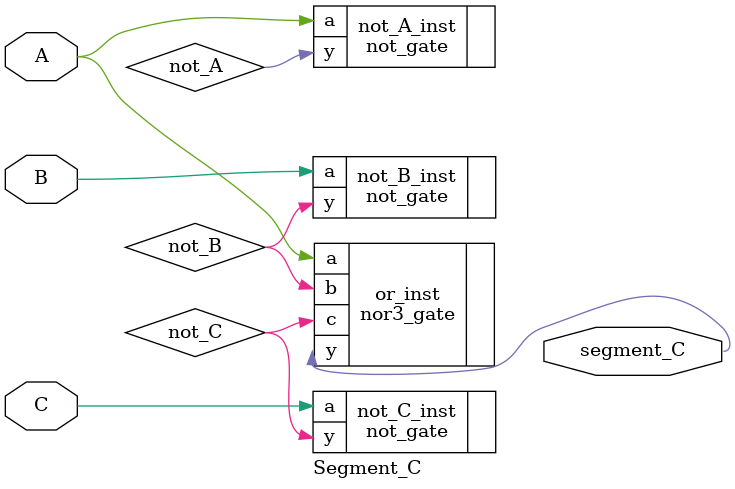
<source format=sv>
module Segment_C (
    input wire A, // Entrada A
    input wire B, // Entrada B
    input wire C, // Entrada C
    output wire segment_C // Salida para el segmento C del display de 7 segmentos
);

    wire not_A;
    wire not_B;
    wire not_C;

    // Compuerta NOT para negar A
    not_gate not_A_inst (
        .a(A),
        .y(not_A)
    );

    // Compuerta NOT para negar B
    not_gate not_B_inst (
        .a(B),
        .y(not_B)
    );

    // Compuerta NOT para negar C
    not_gate not_C_inst (
        .a(C),
        .y(not_C)
    );

    // Compuerta OR de 3 entradas para combinar A, B negada y C negada
    nor3_gate or_inst (
        .a(A),
        .b(not_B), // Entrada B negada
        .c(not_C), // Entrada C negada
        .y(segment_C) // Salida para el segmento C
    );

endmodule
</source>
